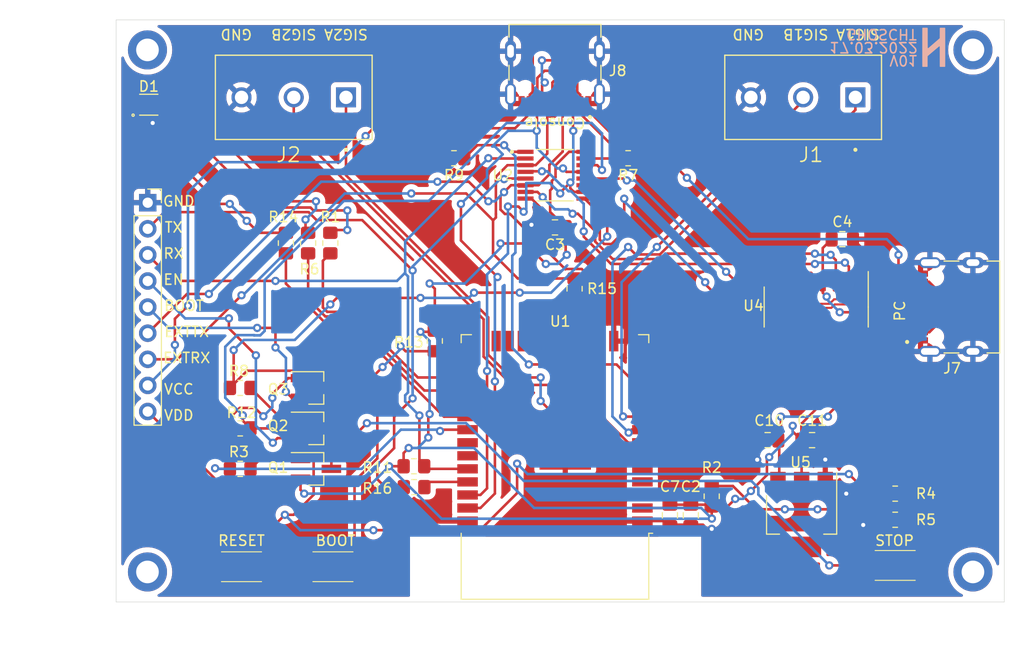
<source format=kicad_pcb>
(kicad_pcb (version 20211014) (generator pcbnew)

  (general
    (thickness 1.6)
  )

  (paper "A4")
  (title_block
    (title "Heliox Control")
    (date "2022-03-17")
    (rev "v01")
    (comment 4 "Author: GHOSCHT")
  )

  (layers
    (0 "F.Cu" signal)
    (31 "B.Cu" signal)
    (32 "B.Adhes" user "B.Adhesive")
    (33 "F.Adhes" user "F.Adhesive")
    (34 "B.Paste" user)
    (35 "F.Paste" user)
    (36 "B.SilkS" user "B.Silkscreen")
    (37 "F.SilkS" user "F.Silkscreen")
    (38 "B.Mask" user)
    (39 "F.Mask" user)
    (40 "Dwgs.User" user "User.Drawings")
    (41 "Cmts.User" user "User.Comments")
    (42 "Eco1.User" user "User.Eco1")
    (43 "Eco2.User" user "User.Eco2")
    (44 "Edge.Cuts" user)
    (45 "Margin" user)
    (46 "B.CrtYd" user "B.Courtyard")
    (47 "F.CrtYd" user "F.Courtyard")
    (48 "B.Fab" user)
    (49 "F.Fab" user)
  )

  (setup
    (stackup
      (layer "F.SilkS" (type "Top Silk Screen"))
      (layer "F.Paste" (type "Top Solder Paste"))
      (layer "F.Mask" (type "Top Solder Mask") (thickness 0.01))
      (layer "F.Cu" (type "copper") (thickness 0.035))
      (layer "dielectric 1" (type "core") (thickness 1.51) (material "FR4") (epsilon_r 4.5) (loss_tangent 0.02))
      (layer "B.Cu" (type "copper") (thickness 0.035))
      (layer "B.Mask" (type "Bottom Solder Mask") (thickness 0.01))
      (layer "B.Paste" (type "Bottom Solder Paste"))
      (layer "B.SilkS" (type "Bottom Silk Screen"))
      (copper_finish "None")
      (dielectric_constraints no)
    )
    (pad_to_mask_clearance 0)
    (pcbplotparams
      (layerselection 0x00010fc_ffffffff)
      (disableapertmacros false)
      (usegerberextensions true)
      (usegerberattributes true)
      (usegerberadvancedattributes true)
      (creategerberjobfile true)
      (svguseinch false)
      (svgprecision 6)
      (excludeedgelayer true)
      (plotframeref false)
      (viasonmask false)
      (mode 1)
      (useauxorigin false)
      (hpglpennumber 1)
      (hpglpenspeed 20)
      (hpglpendiameter 15.000000)
      (dxfpolygonmode true)
      (dxfimperialunits true)
      (dxfusepcbnewfont true)
      (psnegative false)
      (psa4output false)
      (plotreference true)
      (plotvalue false)
      (plotinvisibletext false)
      (sketchpadsonfab false)
      (subtractmaskfromsilk true)
      (outputformat 1)
      (mirror false)
      (drillshape 0)
      (scaleselection 1)
      (outputdirectory "Gerber/")
    )
  )

  (net 0 "")
  (net 1 "VDD")
  (net 2 "GND")
  (net 3 "MUXDTR")
  (net 4 "VCC")
  (net 5 "Net-(D1-Pad2)")
  (net 6 "Net-(D1-Pad1)")
  (net 7 "Net-(D1-Pad3)")
  (net 8 "RX")
  (net 9 "TX")
  (net 10 "EN")
  (net 11 "BOOT")
  (net 12 "unconnected-(J7-PadA5)")
  (net 13 "unconnected-(J7-PadB8)")
  (net 14 "unconnected-(J7-PadA8)")
  (net 15 "unconnected-(J7-PadB5)")
  (net 16 "EXTRTS")
  (net 17 "EXTDTR")
  (net 18 "Net-(Q2-Pad1)")
  (net 19 "SIG1A")
  (net 20 "SIG1B")
  (net 21 "D+")
  (net 22 "D-")
  (net 23 "SIG2A")
  (net 24 "SIG2B")
  (net 25 "RTS")
  (net 26 "Net-(Q3-Pad1)")
  (net 27 "EXTRX")
  (net 28 "EXTTX")
  (net 29 "DTR")
  (net 30 "LEDR")
  (net 31 "STOPRST")
  (net 32 "Net-(Q1-Pad1)")
  (net 33 "LEDG")
  (net 34 "LEDB")
  (net 35 "MUXRX")
  (net 36 "Net-(R15-Pad2)")
  (net 37 "MUXTX")
  (net 38 "Net-(R16-Pad2)")
  (net 39 "unconnected-(U1-Pad4)")
  (net 40 "unconnected-(U1-Pad5)")
  (net 41 "unconnected-(U1-Pad10)")
  (net 42 "unconnected-(U1-Pad11)")
  (net 43 "MUX")
  (net 44 "unconnected-(U1-Pad13)")
  (net 45 "unconnected-(U1-Pad14)")
  (net 46 "unconnected-(U1-Pad16)")
  (net 47 "unconnected-(U1-Pad19)")
  (net 48 "Net-(Q1-Pad3)")
  (net 49 "unconnected-(U1-Pad20)")
  (net 50 "unconnected-(U1-Pad21)")
  (net 51 "unconnected-(U1-Pad22)")
  (net 52 "unconnected-(U1-Pad23)")
  (net 53 "unconnected-(U1-Pad24)")
  (net 54 "unconnected-(U1-Pad26)")
  (net 55 "unconnected-(U1-Pad29)")
  (net 56 "unconnected-(U1-Pad32)")
  (net 57 "unconnected-(U1-Pad33)")
  (net 58 "Net-(R5-Pad2)")
  (net 59 "Net-(R7-Pad2)")
  (net 60 "MUXRTS")
  (net 61 "unconnected-(U4-Pad7)")
  (net 62 "unconnected-(U4-Pad8)")
  (net 63 "unconnected-(U4-Pad9)")
  (net 64 "unconnected-(U4-Pad10)")
  (net 65 "unconnected-(U4-Pad11)")
  (net 66 "unconnected-(U4-Pad12)")
  (net 67 "unconnected-(U4-Pad15)")

  (footprint "HRO_TYPE-C-31-M-12:HRO_TYPE-C-31-M-12" (layer "F.Cu") (at 187.96 101.727 90))

  (footprint "Resistor_SMD:R_0805_2012Metric_Pad1.20x1.40mm_HandSolder" (layer "F.Cu") (at 180.399 119.888))

  (footprint "Package_TO_SOT_SMD:SOT-23_Handsoldering" (layer "F.Cu") (at 124.079 117.475))

  (footprint "Resistor_SMD:R_0805_2012Metric_Pad1.20x1.40mm_HandSolder" (layer "F.Cu") (at 116.713 117.475 180))

  (footprint "Resistor_SMD:R_0805_2012Metric_Pad1.20x1.40mm_HandSolder" (layer "F.Cu") (at 180.399 122.428))

  (footprint "SKRKAEE020:SKRKAEE020" (layer "F.Cu") (at 180.399 126.873))

  (footprint "SKRKAEE020:SKRKAEE020" (layer "F.Cu") (at 116.84 127))

  (footprint "HRO_TYPE-C-31-M-12:HRO_TYPE-C-31-M-12" (layer "F.Cu") (at 147.32 76.835 180))

  (footprint "Package_SO:SOIC-16_3.9x9.9mm_P1.27mm" (layer "F.Cu") (at 172.72 101.727 -90))

  (footprint "Resistor_SMD:R_0805_2012Metric_Pad1.20x1.40mm_HandSolder" (layer "F.Cu") (at 133.604 117.221))

  (footprint "CUI_TB006-508-03BE:CUI_TB006-508-03BE" (layer "F.Cu") (at 127 81.3255 180))

  (footprint "Resistor_SMD:R_0805_2012Metric_Pad1.20x1.40mm_HandSolder" (layer "F.Cu") (at 162.56 120.142 -90))

  (footprint "CUI_TB006-508-03BE:CUI_TB006-508-03BE" (layer "F.Cu") (at 176.53 81.3255 180))

  (footprint "Capacitor_SMD:C_0805_2012Metric_Pad1.18x1.45mm_HandSolder" (layer "F.Cu") (at 160.528 122 -90))

  (footprint "Resistor_SMD:R_0805_2012Metric_Pad1.20x1.40mm_HandSolder" (layer "F.Cu") (at 154.432 87.249 180))

  (footprint "RF_Module:ESP32-WROOM-32" (layer "F.Cu") (at 147.32 114.3 180))

  (footprint "Resistor_SMD:R_0805_2012Metric_Pad1.20x1.40mm_HandSolder" (layer "F.Cu") (at 121.158 95.504 -90))

  (footprint "Package_TO_SOT_SMD:SOT-223-3_TabPin2" (layer "F.Cu") (at 171.3015 121.92 -90))

  (footprint (layer "F.Cu") (at 107.696 127.508))

  (footprint "Resistor_SMD:R_0805_2012Metric_Pad1.20x1.40mm_HandSolder" (layer "F.Cu") (at 149.225 99.949 -90))

  (footprint "CD74HC4053PWR:SOP65P640X120-16N" (layer "F.Cu") (at 147.32 88.9))

  (footprint "Capacitor_SMD:C_0805_2012Metric_Pad1.18x1.45mm_HandSolder" (layer "F.Cu") (at 167.9995 114.681 180))

  (footprint "Resistor_SMD:R_0805_2012Metric_Pad1.20x1.40mm_HandSolder" (layer "F.Cu") (at 116.713 113.538 180))

  (footprint "Capacitor_SMD:C_0805_2012Metric_Pad1.18x1.45mm_HandSolder" (layer "F.Cu") (at 158.496 122 -90))

  (footprint "Resistor_SMD:R_0805_2012Metric_Pad1.20x1.40mm_HandSolder" (layer "F.Cu") (at 135.636 105.029 -90))

  (footprint "Capacitor_SMD:C_0805_2012Metric_Pad1.18x1.45mm_HandSolder" (layer "F.Cu") (at 147.32 93.98 180))

  (footprint "Capacitor_SMD:C_0805_2012Metric_Pad1.18x1.45mm_HandSolder" (layer "F.Cu") (at 172.3175 114.681))

  (footprint "TJ-S1615CY6TGLCCSRGB-A5:TJ-S1615CY6TGLCCSRGB-A5" (layer "F.Cu") (at 107.823 82.042))

  (footprint "Connector_PinSocket_2.54mm:PinSocket_1x09_P2.54mm_Vertical" (layer "F.Cu") (at 107.721 91.577))

  (footprint "Capacitor_SMD:C_0805_2012Metric_Pad1.18x1.45mm_HandSolder" (layer "F.Cu") (at 175.26 95.123))

  (footprint "Package_TO_SOT_SMD:SOT-23_Handsoldering" (layer "F.Cu") (at 124.079 109.601))

  (footprint "Package_TO_SOT_SMD:SOT-23_Handsoldering" (layer "F.Cu") (at 124.079 113.538))

  (footprint "Resistor_SMD:R_0805_2012Metric_Pad1.20x1.40mm_HandSolder" (layer "F.Cu") (at 133.62 119.253))

  (footprint (layer "F.Cu") (at 187.96 76.708))

  (footprint "Resistor_SMD:R_0805_2012Metric_Pad1.20x1.40mm_HandSolder" (layer "F.Cu") (at 123.317 95.504 -90))

  (footprint "Resistor_SMD:R_0805_2012Metric_Pad1.20x1.40mm_HandSolder" (layer "F.Cu") (at 137.5 87.25 180))

  (footprint "Resistor_SMD:R_0805_2012Metric_Pad1.20x1.40mm_HandSolder" (layer "F.Cu") (at 125.476 95.504 -90))

  (footprint "Resistor_SMD:R_0805_2012Metric_Pad1.20x1.40mm_HandSolder" (layer "F.Cu") (at 116.713 109.601))

  (footprint "MountingHole:MountingHole_2.2mm_M2_DIN965_Pad" (layer "F.Cu") (at 107.696 76.708))

  (footprint (layer "F.Cu") (at 187.96 127.508))

  (footprint "SKRKAEE020:SKRKAEE020" (layer "F.Cu") (at 125.73 127 180))

  (footprint "logo:logo" (layer "B.Cu") (at 184.15 76.454 180))

  (gr_line (start 104.648 130.429) (end 191.008 130.429) (layer "Edge.Cuts") (width 0.05) (tstamp 00000000-0000-0000-0000-0000612be863))
  (gr_line (start 191.008 73.787) (end 104.648 73.787) (layer "Edge.Cuts") (width 0.05) (tstamp 27cb800c-91f2-4581-a3df-283140f8de7a))
  (gr_line (start 191.008 73.787) (end 191.008 130.429) (layer "Edge.Cuts") (width 0.05) (tstamp 8e2e528c-9fd7-4d33-b2f6-50348f1f17ab))
  (gr_line (start 104.648 73.787) (end 104.648 130.429) (layer "Edge.Cuts") (width 0.05) (tstamp c1dde370-6c97-4cf2-912e-7f65fb9cb8a0))
  (gr_text "V01" (at 181.229 77.724 180) (layer "B.SilkS") (tstamp 0bdb31bb-e7b5-4ded-9a42-2efeb7aa1eac)
    (effects (font (size 1 1) (thickness 0.15)) (justify mirror))
  )
  (gr_text "GHOSCHT" (at 179.07 75.184 180) (layer "B.SilkS") (tstamp 2923ebe6-b266-428c-b7d5-56fe4ec64f67)
    (effects (font (size 1 1) (thickness 0.15)) (justify mirror))
  )
  (gr_text "17.03.2022" (at 178.308 76.454 180) (layer "B.SilkS") (tstamp aa17e972-073e-46ab-870d-59e31e60c64c)
    (effects (font (size 1 1) (thickness 0.15)) (justify mirror))
  )
  (gr_text "BOOT" (at 125.984 124.46) (layer "F.SilkS") (tstamp 088b35ab-6d78-4c44-aeb5-74ffb6209ceb)
    (effects (font (size 1 1) (thickness 0.15)))
  )
  (gr_text "GND" (at 166.116 75.184 180) (layer "F.SilkS") (tstamp 11b9ffc6-14e8-4e91-8762-3d81fe2a07d2)
    (effects (font (size 1 1) (thickness 0.15)))
  )
  (gr_text "TX" (at 110.236 93.98) (layer "F.SilkS") (tstamp 24d2a8f4-83f5-480f-8025-157150dffac1)
    (effects (font (size 1 1) (thickness 0.15)))
  )
  (gr_text "PC" (at 180.848 102.108 90) (layer "F.SilkS") (tstamp 2a8f9805-2ef4-442d-b857-33308da9e6ff)
    (effects (font (size 1 1) (thickness 0.15)))
  )
  (gr_text "EXTTX" (at 111.506 104.14) (layer "F.SilkS") (tstamp 42442343-71e9-4fd8-af53-d327066ba410)
    (effects (font (size 1 1) (thickness 0.15)))
  )
  (gr_text "STOP" (at 180.34 124.46) (layer "F.SilkS") (tstamp 5d4fb0aa-e113-45aa-a776-e15a6f39ec77)
    (effects (font (size 1 1) (thickness 0.15)))
  )
  (gr_text "RESET" (at 116.84 124.46) (layer "F.SilkS") (tstamp 621c3af4-90a1-4ba1-81a2-96555f589eec)
    (effects (font (size 1 1) (thickness 0.15)))
  )
  (gr_text "VCC" (at 110.744 109.728) (layer "F.SilkS") (tstamp 6226a305-f20f-4b9e-b4cb-51ceb4b5635c)
    (effects (font (size 1 1) (thickness 0.15)))
  )
  (gr_text "SIG1A" (at 176.784 75.184 180) (layer "F.SilkS") (tstamp 6cdf380d-6a57-49a6-8f50-d7a4f8042bdc)
    (effects (font (size 1 1) (thickness 0.15)))
  )
  (gr_text "SIG1B" (at 171.704 75.184 180) (layer "F.SilkS") (tstamp 80184351-19b3-4bcd-82a1-58efa7bb8354)
    (effects (font (size 1 1) (thickness 0.15)))
  )
  (gr_text "SIG2B" (at 121.92 75.184 180) (layer "F.SilkS") (tstamp 898d1a4e-37cd-49c7-9c88-360a5e2964d8)
    (effects (font (size 1 1) (thickness 0.15)))
  )
  (gr_text "EXTRX" (at 111.506 106.68) (layer "F.SilkS") (tstamp 92cb1f6a-7469-4da5-bac0-8161abd9c26a)
    (effects (font (size 1 1) (thickness 0.15)))
  )
  (gr_text "GND" (at 110.744 91.44) (layer "F.SilkS") (tstamp a97de3bc-5ccd-42d6-9a63-b1503b8a9792)
    (effects (font (size 1 1) (thickness 0.15)))
  )
  (gr_text "VDD" (at 110.744 112.268) (layer "F.SilkS") (tstamp ae528489-6d55-4f16-814d-6ca34115416c)
    (effects (font (size 1 1) (thickness 0.15)))
  )
  (gr_text "EN" (at 110.236 99.06) (layer "F.SilkS") (tstamp aead7a94-6d70-4c1c-a9ab-3cb20a40441b)
    (effects (font (size 1 1) (thickness 0.15)))
  )
  (gr_text "SIG2A" (at 127 75.184 180) (layer "F.SilkS") (tstamp c536e94d-b0a9-457b-87ac-a4d2776a6072)
    (effects (font (size 1 1) (thickness 0.15)))
  )
  (gr_text "GND" (at 116.332 75.184 180) (layer "F.SilkS") (tstamp cdd4d047-9758-4b64-9ac5-1aaa6e3ca935)
    (effects (font (size 1 1) (thickness 0.15)))
  )
  (gr_text "BOOT" (at 111.252 101.6) (layer "F.SilkS") (tstamp f4ac5d7d-9a90-4d9f-9cdf-2565605b767d)
    (effects (font (size 1 1) (thickness 0.15)))
  )
  (gr_text "Console" (at 147.32 83.82 180) (layer "F.SilkS") (tstamp f588c104-1c05-4c2f-97b5-7cbc3bc48578)
    (effects (font (size 1 1) (thickness 0.15)))
  )
  (gr_text "RX" (at 110.236 96.52) (layer "F.SilkS") (tstamp f6aa4674-d291-423a-aa6a-d393beaaa511)
    (effects (font (size 1 1) (thickness 0.15)))
  )

  (segment (start 158.1735 121.285) (end 158.496 120.9625) (width 0.25) (layer "F.Cu") (net 1) (tstamp 0269a8ed-786b-4e26-8d4b-e8bd0509b3df))
  (segment (start 176.53 102.235) (end 177.165 102.87) (width 0.25) (layer "F.Cu") (net 1) (tstamp 0772fd48-5bc3-4da8-9b0d-ccf6209591d0))
  (segment (start 134.239 104.14) (end 135.525 104.14) (width 0.25) (layer "F.Cu") (net 1) (tstamp 09539c11-3ba5-4276-b948-a5382bb78908))
  (segment (start 147.373745 87.938782) (end 147.373745 89.091655) (width 0.25) (layer "F.Cu") (net 1) (tstamp 0a4d25ef-62e0-4b22-bbc0-59aaf29e4e1b))
  (segment (start 173.355 99.252) (end 173.355 100.33) (width 0.25) (layer "F.Cu") (net 1) (tstamp 0a9c7f15-aa9f-4a0a-b05c-3fc15e0d0978))
  (segment (start 173.355 99.252) (end 173.355 95.9905) (width 0.25) (layer "F.Cu") (net 1) (tstamp 0b3fd315-37ba-42d0-8b56-30a8f9dcf11b))
  (segment (start 171.28 113.089993) (end 171.28 114.681) (width 0.25) (layer "F.Cu") (net 1) (tstamp 0b7afe7a-ff88-44ea-ac05-02dfa9d6276c))
  (segment (start 114.32352 118.49952) (end 122.50448 118.49952) (width 0.25) (layer "F.Cu") (net 1) (tstamp 0ceddf5b-010b-4f0e-9269-3bad7cb9d81b))
  (segment (start 132.604 115.935) (end 133.096 115.443) (width 0.25) (layer "F.Cu") (net 1) (tstamp 1aece9cb-2b9d-4518-9f44-0ccc0cdea940))
  (segment (start 162.56 122.303569) (end 162.574027 122.317596) (width 0.25) (layer "F.Cu") (net 1) (tstamp 1ba25e51-decd-41d7-b19b-b2ab586c204c))
  (segment (start 135.001 114.427) (end 135.001 112.268) (width 0.25) (layer "F.Cu") (net 1) (tstamp 295b5c8a-7bd7-4591-ade0-3435507c03b4))
  (segment (start 147.019901 90.207499) (end 146.849499 90.377901) (width 0.25) (layer "F.Cu") (net 1) (tstamp 3084da06-00a6-4f14-a727-3176d92c7774))
  (segment (start 122.579 118.425) (end 122.579 119.531) (width 0.25) (layer "F.Cu") (net 1) (tstamp 343cb678-90ca-4aff-af78-94cc88a75536))
  (segment (start 132.604 117.221) (end 131.191 117.221) (width 0.25) (layer "F.Cu") (net 1) (tstamp 345072f7-c29d-4b13-bb9b-df0230736cf0))
  (segment (start 171.3015 114.7025) (end 171.28 114.681) (width 0.25) (layer "F.Cu") (net 1) (tstamp 35c989e0-39e1-43ec-b239-d7e1dcb0c7f0))
  (segment (start 150.19 86.625) (end 148.687527 86.625) (width 0.25) (layer "F.Cu") (net 1) (tstamp 3998811f-7627-4474-9a17-eb562a309e9c))
  (segment (start 167.926989 116.553011) (end 168.148 116.332) (width 0.25) (layer "F.Cu") (net 1) (tstamp 3aab8366-63f5-4a9a-bf3f-b8a16b9fd9de))
  (segment (start 162.56 121.142) (end 162.56 122.303569) (width 0.25) (layer "F.Cu") (net 1) (tstamp 40840c3a-c337-4642-82f1-bbf967ef10a6))
  (segment (start 148.463 96.647) (end 148.3575 96.5415) (width 0.25) (layer "F.Cu") (net 1) (tstamp 418b02e3-6526-4cf0-82ea-c3c3238b2643))
  (segment (start 135.525 104.14) (end 135.636 104.029) (width 0.25) (layer "F.Cu") (net 1) (tstamp 427bd064-4fc8-407a-a475-7edd970c0697))
  (segment (start 173.355 95.9905) (end 174.2225 95.123) (width 0.25) (layer "F.Cu") (net 1) (tstamp 5068ffea-401d-480b-be7d-45dcc507ba42))
  (segment (start 148.687527 86.625) (end 147.373745 87.938782) (width 0.25) (layer "F.Cu") (net 1) (tstamp 521814a4-da73-4b00-bc72-f6bf4972a15b))
  (segment (start 122.50448 118.49952) (end 122.579 118.425) (width 0.25) (layer "F.Cu") (net 1) (tstamp 58d3fcfb-bd84-4bf3-8b51-59e23982d9e7))
  (segment (start 173.355 100.33) (end 173.736 100.711) (width 0.25) (layer "F.Cu") (net 1) (tstamp 6744e999-2a5e-48b8-9441-51aa812e68d7))
  (segment (start 171.3015 118.77) (end 171.3015 114.7025) (width 0.25) (layer "F.Cu") (net 1) (tstamp 6a1c6a39-a320-48b7-bab4-cc1192b1ccdd))
  (segment (start 146.431 97.536) (end 144.437849 95.542849) (width 0.25) (layer "F.Cu") (net 1) (tstamp 6bc0c4e4-8c37-4283-9083-2fd3a4acd938))
  (segment (start 177.165 104.202) (end 177.165 107.204993) (width 0.25) (layer "F.Cu") (net 1) (tstamp 73c11c9b-605e-4462-916a-83ee7cabbb43))
  (segment (start 158.3475 121.285) (end 158.496 121.1365) (width 0.25) (layer "F.Cu") (net 1) (tstamp 7e475ffe-a64d-4cb1-820d-307b1df0149b))
  (segment (start 147.019901 89.445499) (end 147.019901 90.207499) (width 0.25) (layer "F.Cu") (net 1) (tstamp 941bbab6-4510-452f-ad5d-2a8aed977d28))
  (segment (start 162.3805 120.9625) (end 162.56 121.142) (width 0.25) (layer "F.Cu") (net 1) (tstamp 986d4720-736e-424d-9f5f-f7ba753dbfe1))
  (segment (start 107.721 111.897) (end 114.32352 118.49952) (width 0.25) (layer "F.Cu") (net 1) (tstamp 9e1b2541-b67f-4b5e-bd09-efd5a0086134))
  (segment (start 166.37 119.634) (end 167.926989 118.077011) (width 0.25) (layer "F.Cu") (net 1) (tstamp a2b97d53-3195-4227-8011-b624454b9fae))
  (segment (start 167.926989 118.077011) (end 167.926989 116.553011) (width 0.25) (layer "F.Cu") (net 1) (tstamp a4064802-7875-4c55-8f07-b0762ce79d9b))
  (segment (start 170.434 113.835) (end 171.28 114.681) (width 0.25) (layer "F.Cu") (net 1) (tstamp a82069c3-7919-45fa-afa6-fc79c0228e3a))
  (segment (start 122.579 119.531) (end 122.936 119.888) (width 0.25) (layer "F.Cu") (net 1) (tstamp b34bf608-3625-42a2-9d34-609708d3b8fe))
  (segment (start 148.3575 96.5415) (end 148.3575 93.98) (width 0.25) (layer "F.Cu") (net 1) (tstamp b3668f36-2753-47f4-9a49-876054e09a6f))
  (segment (start 177.165 102.87) (end 177.165 104.202) (width 0.25) (layer "F.Cu") (net 1) (tstamp b52c907b-8b3f-4ef5-87d2-50ffb8fd7ffc))
  (segment (start 177.165 107.204993) (end 171.28 113.089993) (width 0.25) (layer "F.Cu") (net 1) (tstamp b57cd337-be8b-4f7a-a766-04c16dc178dd))
  (segment (start 162.56 121.142) (end 164.1 121.142) (width 0.25) (layer "F.Cu") (net 1) (tstamp b7affdf8-6c67-4cb0-a191-645d6b76245e))
  (segment (start 146.849499 92.471999) (end 148.3575 93.98) (width 0.25) (layer "F.Cu") (net 1) (tstamp cf0e5f6e-0749-477e-bc2b-d6bb7be2badc))
  (segment (start 135.636 104.029) (end 135.636 99.949) (width 0.25) (layer "F.Cu") (net 1) (tstamp cff3efef-0f8f-4180-b13e-7b9f6aaf6281))
  (segment (start 135.636 99.949) (end 135.128 99.441) (width 0.25) (layer "F.Cu") (net 1) (tstamp d5eef11e-fe21-4235-bc85-2c8920677f98))
  (segment (start 132.604 117.221) (end 132.604 115.935) (width 0.25) (layer "F.Cu") (net 1) (tstamp d65d2812-1361-43d8-8287-3dd1106c2248))
  (segment (start 135.001 112.268) (end 135.128 112.141) (width 0.25) (layer "F.Cu") (net 1) (tstamp d752649f-8867-4a3d-b289-6187db024c75))
  (segment (start 175.006 102.235) (end 176.53 102.235) (width 0.25) (layer "F.Cu") (net 1) (tstamp da40ea85-accb-4afa-806b-e4833abeed1e))
  (segment (start 144.437849 95.542849) (end 142.0235 95.542849) (width 0.25) (layer "F.Cu") (net 1) (tstamp dd280948-81e9-4f9a-bc19-72cd7ad9ced0))
  (segment (start 146.849499 90.377901) (end 146.849499 92.471999) (width 0.25) (layer "F.Cu") (net 1) (tstamp df14aedd-eeae-48ed-915a-c64645bc317b))
  (segment (start 164.1 121.142) (end 164.846 120.396) (width 0.25) (layer "F.Cu") (net 1) (tstamp e0622e0c-c962-4d15-afc4-1deec92b669a))
  (segment (start 155.82 121.285) (end 158.1735 121.285) (width 0.25) (layer "F.Cu") (net 1) (tstamp e607bf39-86ac-4789-9dd8-0aeab6b27e9f))
  (segment (start 160.528 120.9625) (end 162.3805 120.9625) (width 0.25) (layer "F.Cu") (net 1) (tstamp e72296f5-4107-464d-8b8b-672d9e5e5450))
  (segment (start 170.434 113.284) (end 170.434 113.835) (width 0.25) (layer "F.Cu") (net 1) (tstamp e8b56a80-d3e0-43c7-b08f-00c7e1b348c8))
  (segment (start 147.373745 89.091655) (end 147.019901 89.445499) (width 0.25) (layer "F.Cu") (net 1) (tstamp eb10ebfa-a06c-4e20-b1b8-7c952c0c52c6))
  (segment (start 158.496 120.9625) (end 160.528 120.9625) (width 0.25) (layer "F.Cu") (net 1) (tstamp f0919a17-fbb1-4692-99c4-29078db562bd))
  (via (at 164.846 120.396) (size 0.8) (drill 0.4) (layers "F.Cu" "B.Cu") (net 1) (tstamp 18840ba6-e9c9-4c29-8bba-f8492c1e4bbe))
  (via (at 133.096 115.443) (size 0.8) (drill 0.4) (layers "F.Cu" "B.Cu") (net 1) (tstamp 2021f175-0a66-43bc-8c54-3b3b783c01d1))
  (via (at 173.736 100.711) (size 0.8) (drill 0.4) (layers "F.Cu" "B.Cu") (net 1) (tstamp 232054d8-fe51-4f6e-b84d-2bc2bf4f3aa0))
  (via (at 170.434 113.284) (size 0.8) (drill 0.4) (layers "F.Cu" "B.Cu") (net 1) (tstamp 2513bb60-f36a-4b2c-bd12-64ca567aef4c))
  (via (at 166.37 119.634) (size 0.8) (drill 0.4) (layers "F.Cu" "B.Cu") (net 1) (tstamp 42f77991-b59b-460d-b37d-128406f3f563))
  (via (at 142.0235 95.542849) (size 0.8) (drill 0.4) (layers "F.Cu" "B.Cu") (net 1) (tstamp 4501db26-2488-4db9-af45-4b3467011c80))
  (via (at 134.239 104.14) (size 0.8) (drill 0.4) (layers "F.Cu" "B.Cu") (net 1) (tstamp 492b4325-719b-4029-8f69-57186437ff7d))
  (via (at 168.148 116.332) (size 0.8) (drill 0.4) (layers "F.Cu" "B.Cu") (net 1) (tstamp 50fad4b8-0f32-44e5-b80c-7c8bd244bd6b))
  (via (at 135.128 99.441) (size 0.8) (drill 0.4) (layers "F.Cu" "B.Cu") (net 1) (tstamp 6221b4e6-9140-4049-861c-0eafd26316ba))
  (via (at 148.463 96.647) (size 0.8) (drill 0.4) (layers "F.Cu" "B.Cu") (net 1) (tstamp 6cb093cc-353e-4b67-8094-551608dc1e7e))
  (via (at 162.574027 122.317596) (size 0.8) (drill 0.4) (layers "F.Cu" "B.Cu") (net 1) (tstamp 89da002b-1c6b-4f22-a7ad-bcf65f82819e))
  (via (at 135.001 114.427) (size 0.8) (drill 0.4) (layers "F.Cu" "B.Cu") (net 1) (tstamp 9cb21eb4-986e-4d26-9147-63d29d7c7b73))
  (via (at 135.128 112.141) (size 0.8) (drill 0.4) (layers "F.Cu" "B.Cu") (net 1) (tstamp bfbdec1c-3f00-4e3f-a960-a05ea99d5c95))
  (via (at 146.431 97.536) (size 0.8) (drill 0.4) (layers "F.Cu" "B.Cu") (net 1) (tstamp c4676c82-8be7-43c7-ade8-7271cc2a881f))
  (via (at 175.006 102.235) (size 0.8) (drill 0.4) (layers "F.Cu" "B.Cu") (net 1) (tstamp d5eae238-2bf7-49b2-a399-fc40f0683f3a))
  (via (at 122.936 119.888) (size 0.8) (drill 0.4) (layers "F.Cu" "B.Cu") (net 1) (tstamp dc544e89-32c3-4445-98c2-04b3b91d6685))
  (via (at 131.191 117.221) (size 0.8) (drill 0.4) (layers "F.Cu" "B.Cu") (net 1) (tstamp fb89ad61-c608-4886-acc7-50d84b02865b))
  (segment (start 165.608 120.396) (end 166.37 119.634) (width 0.25) (layer "B.Cu") (net 1) (tstamp 021e50eb-f434-436c-96fe-615aa4e1c176))
  (segment (start 131.191 117.221) (end 136.297543 122.327543) (width 0.25) (layer "B.Cu") (net 1) (tstamp 09510aad-744d-4e76-84e6-9e7d678cbe82))
  (segment (start 122.936 119.888) (end 128.524 119.888) (width 0.25) (layer "B.Cu") (net 1) (tstamp 0dadc6cf-eb96-4951-85e9-e0c787c3fdfc))
  (segment (start 136.297543 122.327543) (end 162.56408 122.327543) (width 0.25) (layer "B.Cu") (net 1) (tstamp 1458f440-8773-4375-a788-3dacc7873cb6))
  (segment (start 173.736 100.965) (end 175.006 102.235) (width 0.25) (layer "B.Cu") (net 1) (tstamp 1a060c41-e347-43d0-be76-cda6be6fabdb))
  (segment (start 162.56408 122.327543) (end 162.574027 122.317596) (width 0.25) (layer "B.Cu") (net 1) (tstamp 1b88db39-08c0-4e9a-928c-64d2b65e8f13))
  (segment (start 146.431 97.536) (end 147.574 97.536) (width 0.25) (layer "B.Cu") (net 1) (tstamp 2198910c-e4cf-47f8-bf8f-cbbbc3478ac3))
  (segment (start 135.128 99.441) (end 138.5587 99.441) (width 0.25) (layer "B.Cu") (net 1) (tstamp 22d89ba1-3f09-4e16-9854-f5e25b90a150))
  (segment (start 135.128 112.141) (end 135.128 105.029) (width 0.25) (layer "B.Cu") (net 1) (tstamp 3186f461-6363-44b7-a33a-33bed59e4434))
  (segment (start 170.434 114.046) (end 170.434 113.284) (width 0.25) (layer "B.Cu") (net 1) (tstamp 34f20199-ca06-40d1-8580-b81f90c00cf8))
  (segment (start 145.288 121.285) (end 161.541431 121.285) (width 0.25) (layer "B.Cu") (net 1) (tstamp 3a761c2b-07fd-433e-a62f-3878d7bc6ba9))
  (segment (start 147.574 97.536) (end 148.463 96.647) (width 0.25) (layer "B.Cu") (net 1) (tstamp 40ac8635-5d7f-4583-b6fb-cb9e6af80bde))
  (segment (start 142.0235 95.9762) (end 142.0235 95.542849) (width 0.25) (layer "B.Cu") (net 1) (tstamp 5776a3b0-7224-4f9f-8c81-23da99ceb6c3))
  (segment (start 168.148 116.332) (end 170.434 114.046) (width 0.25) (layer "B.Cu") (net 1) (tstamp 65722034-28f2-4b02-a23d-9f52d6b6ffc9))
  (segment (start 161.541431 121.285) (end 162.574027 122.317596) (width 0.25) (layer "B.Cu") (net 1) (tstamp 75bb7da6-039f-40b8-ba94-99186b61d8b3))
  (segment (start 173.736 100.711) (end 173.736 100.965) (width 0.25) (layer "B.Cu") (net 1) (tstamp 7b186dc8-e40f-4e57-b661-81bd77a787b0))
  (segment (start 133.096 115.443) (end 133.985 115.443) (width 0.25) (layer "B.Cu") (net 1) (tstamp 7b1c8056-d92e-4fa6-97c4-e749f8a138eb))
  (segment (start 128.524 119.888) (end 131.191 117.221) (width 0.25) (layer "B.Cu") (net 1) (tstamp 7fb664a2-82a3-4290-b696-2187d2a43efa))
  (segment (start 135.128 105.029) (end 134.239 104.14) (width 0.25) (layer "B.Cu") (net 1) (tstamp 815965e0-40fa-4af4-8276-781b56064ceb))
  (segment (start 133.096 115.443) (end 139.446 115.443) (width 0.25) (layer "B.Cu") (net 1) (tstamp 82bb7156-1a6e-4d66-a09d-1fa84847ab75))
  (segment (start 139.446 115.443) (end 145.288 121.285) (width 0.25) (layer "B.Cu") (net 1) (tstamp 8416dec8-9844-4f31-a549-a6821ad18541))
  (segment (start 133.985 115.443) (end 135.001 114.427) (width 0.25) (layer "B.Cu") (net 1) (tstamp c1e67729-27c7-45dc-869e-f9df84ca8004))
  (segment (start 164.846 120.396) (end 165.608 120.396) (width 0.25) (layer "B.Cu") (net 1) (tstamp f659ace2-501e-415d-8f61-6e9a089ba861))
  (segment (start 138.5587 99.441) (end 142.0235 95.9762) (width 0.25) (layer "B.Cu") (net 1) (tstamp fcd0d9a4-aaf2-4391-94d0-03f6e503b730))
  (segment (start 166.962 114.681) (end 166.962 116.5645) (width 0.25) (layer "F.Cu") (net 2) (tstamp 1b1a26fb-eea8-4963-98ba-3cac0a0e7699))
  (segment (start 173.6015 118.77) (end 173.6015 116.572) (width 0.25) (layer "F.Cu") (net 2) (tstamp 22dd4885-f793-41fd-ba84-9e4b22514ffd))
  (segment (start 173.6015 116.572) (end 173.6015 114.9275) (width 0.25) (layer "F.Cu") (net 2) (tstamp 24d69e87-630c-4724-b73d-b9e4caa64bc0))
  (segment (start 106.951 82.567) (end 108.204 83.82) (width 0.25) (layer "F.Cu") (net 2) (tstamp 28710afd-dbe4-49da-80e6-73b74ac15c5b))
  (segment (start 162.4545 123.2115) (end 162.56 123.317) (width 0.25) (layer "F.Cu") (net 2) (tstamp 3341f917-00e9-4810-94f3-96deafe06e46))
  (segment (start 173.6015 118.77) (end 174.523 118.77) (width 0.25) (layer "F.Cu") (net 2) (tstamp 4fa34a99-9ad0-40fe-b35b-ef05b125c097))
  (segment (start 176.2975 95.123) (end 177.165 95.9905) (width 0.25) (layer "F.Cu") (net 2) (tstamp 5113a62a-daec-470b-a57d-52848c897cce))
  (segment (start 157.8395 122.555) (end 158.496 123.2115) (width 0.25) (layer "F.Cu") (net 2) (tstamp 59e48bd4-8c69-4be4-8845-3a9b411cbd7a))
  (segment (start 160.528 123.2115) (end 162.4545 123.2115) (width 0.25) (layer "F.Cu") (net 2) (tstamp 73ad6bf0-ec84-4d6c-b16b-9e75d276023d))
  (segment (start 178.891 122.936) (end 179.399 122.428) (width 0.25) (layer "F.Cu") (net 2) (tstamp 7ad25299-91f9-411e-a806-ef030c3fa5ee))
  (segment (start 166.962 116.5645) (end 166.9835 116.586) (width 0.25) (layer "F.Cu") (net 2) (tstamp 8d9d6cc8-1df0-4396-b630-452cd78f693c))
  (segment (start 158.496 123.2115) (end 160.528 123.2115) (width 0.25) (layer "F.Cu") (net 2) (tstamp a8d0cb69-2c4b-4754-99f8-fc8a779a0974))
  (segment (start 146.2825 93.98) (end 145.288 93.98) (width 0.25) (layer "F.Cu") (net 2) (tstamp aafebac0-e116-4697-a5aa-80734c3540ae))
  (segment (start 177.292 122.936) (end 178.891 122.936) (width 0.25) (layer "F.Cu") (net 2) (tstamp b7c4e718-e9fc-41f2-9dde-a81edcc7f4a8))
  (segment (start 146.2825 93.98) (end 146.2825 92.4275) (width 0.25) (layer "F.Cu") (net 2) (tstamp bb8d4560-cfa2-4b9c-b76c-f0650fc45344))
  (segment (start 174.523 118.77) (end 175.641 119.888) (width 0.25) (layer "F.Cu") (net 2) (tstamp c01a7fa2-f6d9-4011-84aa-912ba0204808))
  (segment (start 177.165 95.9905) (end 177.165 99.252) (width 0.25) (layer "F.Cu") (net 2) (tstamp c0662c31-007e-4a59-9a39-643b26e05f6a))
  (segment (start 106.948 82.567) (end 106.951 82.567) (width 0.25) (layer "F.Cu") (net 2) (tstamp c092d043-177b-4258-bbe1-d02c6aa9e6f2))
  (segment (start 145.03 91.175) (end 144.45 91.175) (width 0.25) (layer "F.Cu") (net 2) (tstamp c2f97fc5-9d78-492f-b15d-f7f5810fb8f9))
  (segment (start 146.2825 92.4275) (end 145.03 91.175) (width 0.25) (layer "F.Cu") (net 2) (tstamp c739dce0-de60-47ea-80cc-110ffc685632))
  (segment (start 155.82 122.555) (end 157.8395 122.555) (width 0.25) (layer "F.Cu") (net 2) (tstamp cb6740b8-549b-4a6a-8a21-34c650e4454b))
  (segment (start 145.288 93.98) (end 145.034 93.726) (width 0.25) (layer "F.Cu") (net 2) (tstamp cdad915e-54fd-4ecf-ba20-70e0be97a3dc))
  (segment (start 173.6015 114.9275) (end 173.355 114.681) (width 0.25) (layer "F.Cu") (net 2) (tstamp ceff2bb7-36a6-4e42-aa95-a1cec1a60fac))
  (via (at 173.6015 116.572) (size 0.8) (drill 0.4) (layers "F.Cu" "B.Cu") (net 2) (tstamp 4b7111c5-fe81-4118-b1e4-c4d052eff531))
  (via (at 145.034 93.726) (size 0.8) (drill 0.4) (layers "F.Cu" "B.Cu") (net 2) (tstamp 5218da90-61af-4006-831f-5c2bd8064f91))
  (via (at 162.56 123.317) (size 0.8) (drill 0.4) (layers "F.Cu" "B.Cu") (net 2) (tstamp 5d2bd8b0-5cab-45cd-94be-9e46fce1ebdf))
  (via (at 108.204 83.82) (size 0.8) (drill 0.4) (layers "F.Cu" "B.Cu") (net 2) (tstamp 65d4236e-6c52-480b-8bda-0f826f32e119))
  (via (at 177.292 122.936) (size 0.8) (drill 0.4) (layers "F.Cu" "B.Cu") (net 2) (tstamp cc7203da-a79f-4b15-b87e-565d408b2693))
  (via (at 166.9835 116.586) (size 0.8) (drill 0.4) (layers "F.Cu" "B.Cu") (net 2) (tstamp dc882d02-3cc4-472e-953a-e876b227b064))
  (via (at 175.641 119.888) (size 0.8) (drill 0.4) (layers "F.Cu" "B.Cu") (net 2) (tstamp f4c05903-6605-4c59-ad49-bc9b4a305eef))
  (segment (start 167.454001 117.056501) (end 173.116999 117.056501) (width 0.25) (layer "B.Cu") (net 2) (tstamp 03701660-0af0-4e7b-9171-9ebb83616505))
  (segment (start 177.292 121.539) (end 177.292 122.936) (width 0.25) (layer "B.Cu") (net 2) (tstamp 0af4423f-526a-4566-a231-c799bbcf3554))
  (segment (start 173.116999 117.056501) (end 173.6015 116.572) (width 0.25) (layer "B.Cu") (net 2) (tstamp 9cc4dd77-3f84-4100-af30-ea4c8fa3485e))
  (segment (start 166.9835 116.586) (end 167.454001 117.056501) (width 0.25) (layer "B.Cu") (net 2) (tstamp a8fbe27e-9ac5-4a7e-9fdd-562a15ef552a))
  (segment (start 175.641 119.888) (end 177.292 121.539) (width 0.25) (layer "B.Cu") (net 2) (tstamp d221c8f4-d085-4b97-97ff-586e683055df))
  (segment (start 172.431552 105.50152) (end 173.355 104.578072) (width 0.25) (layer "F.Cu") (net 3) (tstamp 14c535e1-128b-49c2-969e-eef4ff75d108))
  (segment (start 152.099901 95.593501) (end 151.675499 95.169099) (width 0.25) (layer "F.Cu") (net 3) (tstamp 470d1942-5b9b-4342-843d-aef6b12b04ae))
  (segment (start 151.675499 92.660499) (end 150.19 91.175) (width 0.25) (layer "F.Cu") (net 3) (tstamp 50e6951e-070a-4712-8d51-d68f34bd0479))
  (segment (start 151.675499 95.169099) (end 151.675499 92.660499) (width 0.25) (layer "F.Cu") (net 3) (tstamp 7180e7ea-9ace-46a6-9015-3c87fe6a25bb))
  (segment (start 161.925 99.314) (end 161.925 99.498072) (width 0.25) (layer "F.Cu") (net 3) (tstamp 8b0156bb-5168-4899-a375-b164c17244ab))
  (segment (start 173.355 104.578072) (end 173.355 104.202) (width 0.25) (layer "F.Cu") (net 3) (tstamp 8ce91693-267c-4526-ab51-0457f057085a))
  (segment (start 167.928448 105.50152) (end 172.431552 105.50152) (width 0.25) (layer "F.Cu") (net 3) (tstamp 8fee6ae5-6a13-4319-a6c7-4ff8fadc2414))
  (segment (start 154.051 91.186) (end 154.051 94.3696) (width 0.25) (layer "F.Cu") (net 3) (tstamp 95a326cc-494d-424f-9e30-10f61f7db13d))
  (segment (start 161.925 99.498072) (end 167.928448 105.50152) (width 0.25) (layer "F.Cu") (net 3) (tstamp b9fd349d-b383-435c-8562-be9b262ad840))
  (segment (start 154.051 94.3696) (end 152.827099 95.593501) (width 0.25) (layer "F.Cu") (net 3) (tstamp dd76bfe3-6145-471a-a6e2-f667ce6b2608))
  (segment (start 152.827099 95.593501) (end 152.099901 95.593501) (width 0.25) (layer "F.Cu") (net 3) (tstamp ffb2000e-84fc-40fb-a847-21f7a641599d))
  (via (at 161.925 99.314) (size 0.8) (drill 0.4) (layers "F.Cu" "B.Cu") (net 3) (tstamp 298c1273-0262-4481-88f4-f395c24d986b))
  (via (at 154.051 91.186) (size 0.8) (drill 0.4) (layers "F.Cu" "B.Cu") (net 3) (tstamp 2ba2cf8b-7e8c-4592-aac0-8187924a8897))
  (segment (start 161.925 99.314) (end 154.051 91.44) (width 0.25) (layer "B.Cu") (net 3) (tstamp 3a3a4e13-c3e9-4ddd-ad75-8f0424005dd2))
  (segment (start 154.051 91.44) (end 154.051 91.186) (width 0.25) (layer "B.Cu") (net 3) (tstamp 443e0251-73ce-467c-b489-27f0a14fe129))
  (segment (start 149.485479 76.968479) (end 149.485479 80.785108) (width 0.25) (layer "F.Cu") (net 4) (tstamp 13f83cd7-de8f-485c-be0e-4b54fafcde0e))
  (segment (start 169.126501 114.770501) (end 169.037 114.681) (width 0.25) (layer "F.Cu") (net 4) (tstamp 1458619f-4ba2-440f-9a7e-e3ff9bd131ba))
  (segment (start 183.725371 104.177) (end 185.039 102.863371) (width 0.25) (layer "F.Cu") (net 4) (tstamp 159a00be-8b01-4939-8a20-1270111fc2a9))
  (segment (start 169.0015 118.77) (end 169.126501 118.644999) (width 0.25) (layer "F.Cu") (net 4) (tstamp 1d2837dc-2094-4b4c-8819-55e93b72904f))
  (segment (start 182.865 99.277) (end 183.689022 99.277) (width 0.25) (layer "F.Cu") (net 4) (tstamp 1db97cd5-a9c7-49d5-ac3c-31561c13d7ce))
  (segment (start 149.77 82.905) (end 153.08948 86.22448) (width 0.25) (layer "F.Cu") (net 4) (tstamp 24a583aa-0f30-44d0-a9a2-5b4656a97115))
  (segment (start 182.865 104.177) (end 181.89 104.177) (width 0.25) (layer "F.Cu") (net 4) (tstamp 31f68ee2-e0c7-40c5-a039-bf6aa69b083c))
  (segment (start 129.667 84.328) (end 128.905 85.09) (width 0.25) (layer "F.Cu") (net 4) (tstamp 44f325b7-2434-46be-9c68-c124715d1134))
  (segment (start 182.865 104.177) (end 183.725371 104.177) (width 0.25) (layer "F.Cu") (net 4) (tstamp 52f7eda6-fd5b-45d7-8bb2-d7202850821c))
  (segment (start 183.689022 99.277) (end 185.039 100.626978) (width 0.25) (layer "F.Cu") (net 4) (tstamp 60cf15eb-a9ee-40b5-89ae-b6a31cfc5fa6))
  (segment (start 185.039 102.863371) (end 185.039 101.219) (width 0.25) (layer "F.Cu") (net 4) (tstamp 676a8f69-db83-4e4e-bc79-7b0584db297e))
  (segment (start 144.87 82.905) (end 143.447 84.328) (width 0.25) (layer "F.Cu") (net 4) (tstamp 70619cc5-1c6f-48c2-9b10-232582f78a7c))
  (segment (start 169.291 114.427) (end 169.037 114.681) (width 0.25) (layer "F.Cu") (net 4) (tstamp 710596b1-3d67-433c-9052-07eb5c967758))
  (segment (start 169.291 112.395) (end 169.291 114.427) (width 0.25) (layer "F.Cu") (net 4) (tstamp 733fc3da-e9cc-4149-8c0f-4d1dbe4e5bed))
  (segment (start 185.039 100.626978) (end 185.039 101.219) (width 0.25) (layer "F.Cu") (net 4) (tstamp 739b332b-cf66-40c8-b6eb-859e1a1df42d))
  (segment (start 145.154521 77.095479) (end 145.796 76.454) (width 0.25) (layer "F.Cu") (net 4) (tstamp 7401f853-b4d1-48b8-bf29-a300484159fd))
  (segment (start 180.721 96.647) (end 180.721 98.108) (width 0.25) (layer "F.Cu") (net 4) (tstamp 8379ea4c-bb45-4960-a402-e6c9cfef45fc))
  (segment (start 149.77 81.069629) (end 149.77 81.93) (width 0.25) (layer "F.Cu") (net 4) (tstamp 8b1e5577-f512-4e17-9b8a-b8f5a598adf1))
  (segment (start 181.89 99.277) (end 182.865 99.277) (width 0.25) (layer "F.Cu") (net 4) (tstamp 8e0ead45-4c20-4b9c-b2c4-eb8d93c6147f))
  (segment (start 148.971 76.454) (end 149.485479 76.968479) (width 0.25) (layer "F.Cu") (net 4) (tstamp 8f17ef81-8651-4c75-93ec-537a207cd59c))
  (segment (start 144.87 81.069629) (end 145.154521 80.785108) (width 0.25) (layer "F.Cu") (net 4) (tstamp 98c6e729-5491-42d1-bdd1-3ad0b02fc0a5))
  (segment (start 173.863 112.204) (end 173.863 112.395) (width 0.25) (layer "F.Cu") (net 4) (tstamp 9a430b43-2369-45cf-bff2-2e8002afe0b9))
  (segment (start 180.721 98.108) (end 181.89 99.277) (width 0.25) (layer "F.Cu") (net 4) (tstamp 9ac7b8fa-9780-4cae-a1d2-c8642f09820a))
  (segment (start 129.794 84.328) (end 129.667 84.328) (width 0.25) (layer "F.Cu") (net 4) (tstamp a315dfc8-c11a-409b-bf85-1226d0fdb62e))
  (segment (start 110.363 102.87) (end 110.363 105.41) (width 0.25) (layer "F.Cu") (net 4) (tstamp acc25bff-a2ae-44d4-a22f-49eacdbb63fb))
  (segment (start 157.21748 86.22448) (end 160.147 89.154) (width 0.25) (layer "F.Cu") (net 4) (tstamp b58ed26e-a550-4162-b104-fafc9d6e8463))
  (segment (start 145.154521 80.785108) (end 145.154521 77.095479) (width 0.25) (layer "F.Cu") (net 4) (tstamp b67bd46e-8e27-46c9-a228-d31a75e65ca8))
  (segment (start 144.87 81.93) (end 144.87 81.069629) (width 0.25) (layer "F.Cu") (net 4) (tstamp bc05e958-067d-4f77-acb2-e677e3a4011e))
  (segment (start 181.89 104.177) (end 173.863 112.204) (width 0.25) (layer "F.Cu") (net 4) (tstamp bd0dd924-bb8c-42f1-8b45-50195b8253aa))
  (segment (start 153.08948 86.22448) (end 157.21748 86.22448) (width 0.25) (layer "F.Cu") (net 4) (tstamp bd144e47-ee69-44af-b18f-c084705fecea))
  (segment (start 111.633 101.6) (end 110.363 102.87) (width 0.25) (layer "F.Cu") (net 4) (tstamp c00c5cdc-e2cb-4281-a355-ceb21eef17fe))
  (segment (start 169.126501 118.644999) (end 169.126501 114.770501) (width 0.25) (layer "F.Cu") (net 4) (tstamp dce0d0c8-64fc-42c2-af24-ca4fc661c13d))
  (segment (start 149.485479 80.785108) (end 149.77 81.069629) (width 0.25) (layer "F.Cu") (net 4) (tstamp e51734af-6b81-493e-b1bd-f33ca2b4c493))
  (segment (start 149.77 81.93) (end 149.77 82.905) (width 0.25) (layer "F.Cu") (net 4) (tstamp ef53cd1c-7c4b-4540-835b-9e68e41635aa))
  (segment (start 143.447 84.328) (end 129.794 84.328) (width 0.25) (layer "F.Cu") (net 4) (tstamp f0926dee-6a22-4dc2-96fe-a98b3d49e4db))
  (segment (start 145.796 76.454) (end 148.971 76.454) (width 0.25) (layer "F.Cu") (net 4) (tstamp fa890843-4bc6-482b-8cad-eb7fdd6c27db))
  (segment (start 144.87 81.93) (end 144.87 82.905) (width 0.25) (layer "F.Cu") (net 4) (tstamp fcbcbf51-4bfb-4051-ac2b-1846cfb83bc7))
  (via (at 110.363 105.41) (size 0.8) (drill 0.4) (layers "F.Cu" "B.Cu") (net 4) (tstamp 142f234b-3d98-4c23-b6d9-45dbc8fd0e30))
  (via (at 180.721 96.647) (size 0.8) (drill 0.4) (layers "F.Cu" "B.Cu") (net 4) (tstamp 398d19a0-15b1-4e7d-a95e-e4313abdf981))
  (via (at 169.291 112.395) (size 0.8) (drill 0.4) (layers "F.Cu" "B.Cu") (net 4) (tstamp 71690529-582a-4b64-b701-7c03b26529f6))
  (via (at 111.633 101.6) (size 0.8) (drill 0.4) (layers "F.Cu" "B.Cu") (net 4) (tstamp b1bf5a46-770f-41db-b43c-ea6e83c7f178))
  (via (at 160.147 89.154) (size 0.8) (drill 0.4) (layers "F.Cu" "B.Cu") (net 4) (tstamp b789eadd-8dd4-46f8-af88-99bc532708cf))
  (via (at 128.905 85.09) (size 0.8) (drill 0.4) (layers "F.Cu" "B.Cu") (net 4) (tstamp de0d518c-fee4-4246-941c-762d667ba5e2))
  (via (at 173.863 112.395) (size 0.8) (drill 0.4) (layers "F.Cu" "B.Cu") (net 4) (tstamp e80f590a-3c5e-4e36-9608-631e254c1ff9))
  (segment (start 111.633 90.551) (end 111.633 101.6) (width 0.25) (layer "B.Cu") (net 4) (tstamp 0d98f8c6-9a2d-4e13-88bf-45c227c31044))
  (segment (start 166.116 95.123) (end 179.578 95.123) (width 0.25) (layer "B.Cu") (net 4) (tstamp 15416255-62e4-4a3e-bdbe-995c6ca7509c))
  (segment (start 110.363 106.715) (end 107.721 109.357) (width 0.25) (layer "B.Cu") (net 4) (tstamp 2af76883-c89e-4a64-88b6-2485649f3751))
  (segment (start 128.905 85.09) (end 126.365 87.63) (width 0.25) (layer "B.Cu") (net 4) (tstamp 60fa68c9-9b44-46d3-af28-f1511fbb8383))
  (segment (start 180.721 96.266) (end 180.721 96.647) (width 0.25) (layer "B.Cu") (net 4) (tstamp 66aea902-0d1b-4e4c-a66e-4346da4fffda))
  (segment (start 160.147 89.154) (end 166.116 95.123) (width 0.25) (layer "B.Cu") (net 4) (tstamp 8ee6e6d6-0399-4988-af28-f246ed41d41f))
  (segment (start 114.554 87.63) (end 111.633 90.551) (width 0.25) (layer "B.Cu") (net 4) (tstamp a8ec2c72-7335-4ea2-955a-dd8ebe35e032))
  (segment (start 179.578 95.123) (end 180.721 96.266) (width 0.25) (layer "B.Cu") (net 4) (tstamp b9c545d6-eeed-4035-bc2e-e594c40a185b))
  (segment (start 173.863 112.395) (end 169.291 112.395) (width 0.25) (layer "B.Cu") (net 4) (tstamp cd85df34-8f74-4fcf-bea1-22b89269999b))
  (segment (start 110.363 105.41) (end 110.363 106.715) (width 0.25) (layer "B.Cu") (net 4) (tstamp dfe63a93-e1f7-44dd-984a-f3e83f7320b9))
  (segment (start 126.365 87.63) (end 114.554 87.63) (width 0.25) (layer "B.Cu") (net 4) (tstamp e0121400-aaec-48a9-8278-0d49e20050ba))
  (segment (start 123.063 93
... [624034 chars truncated]
</source>
